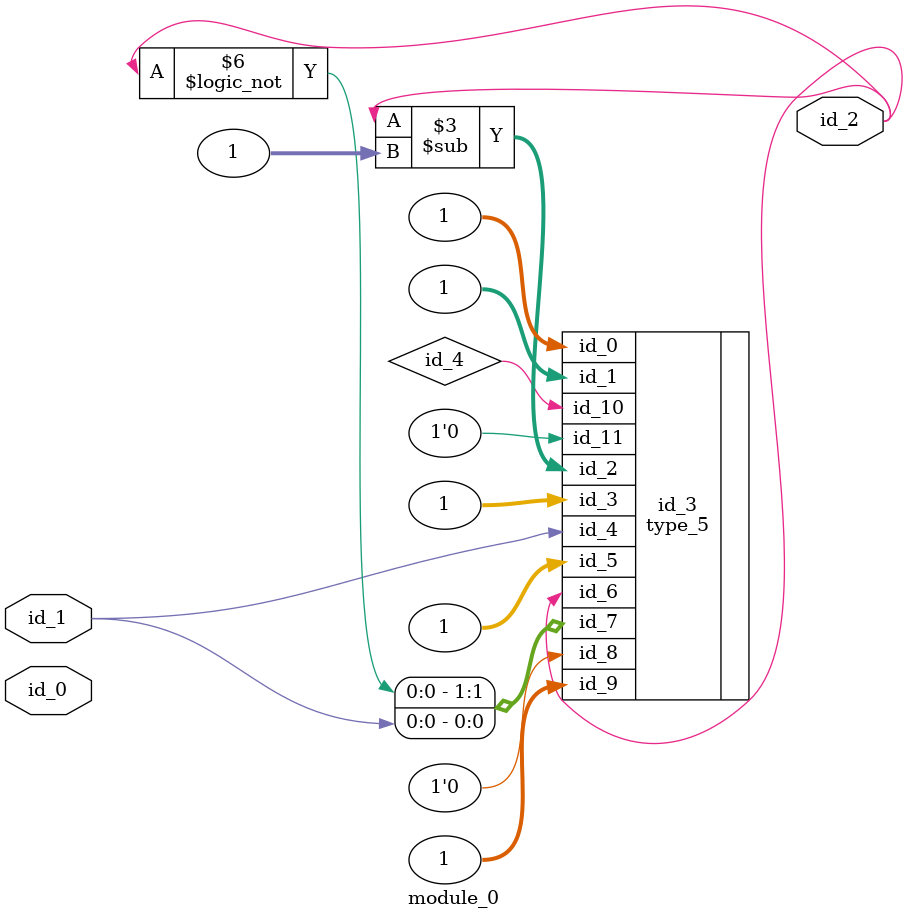
<source format=v>
`define pp_3 0
module module_0 (
    input  id_0,
    input  id_1,
    output id_2
);
  type_5 id_3 (
      .id_0 (1),
      .id_1 (1),
      .id_2 (id_2 - 1),
      .id_3 (1),
      .id_4 (id_1),
      .id_5 (1),
      .id_6 (id_2),
      .id_7 ({(!id_2), id_1}),
      .id_8 (1'h0),
      .id_9 (1),
      .id_10(id_4),
      .id_11((1'b0 == 1))
  );
endmodule

</source>
